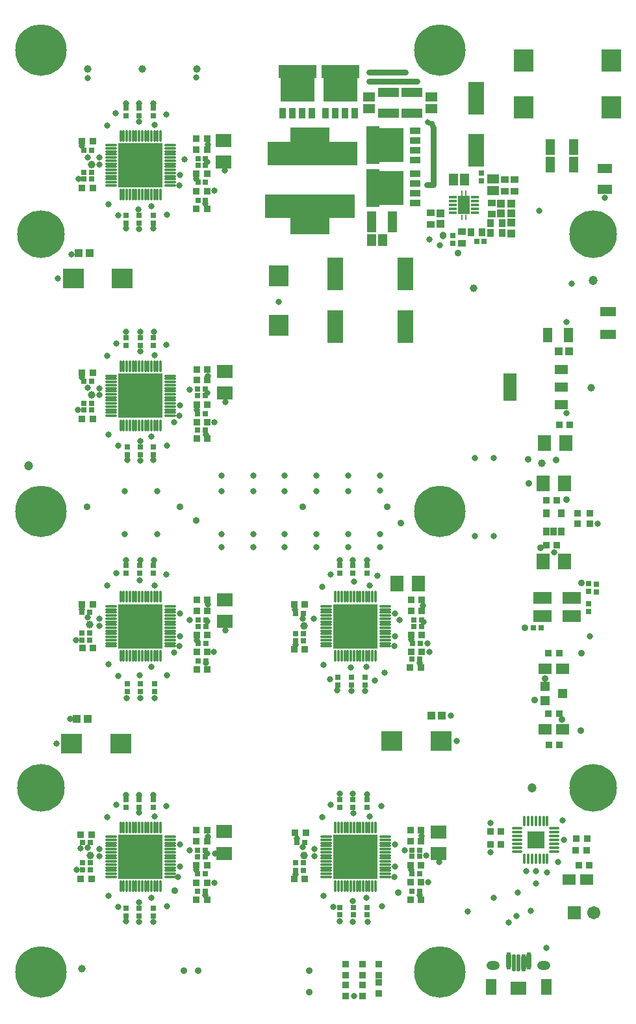
<source format=gts>
%FSLAX25Y25*%
%MOIN*%
G70*
G01*
G75*
G04 Layer_Color=8388736*
%ADD10C,0.03000*%
%ADD11C,0.00800*%
%ADD12C,0.02000*%
%ADD13C,0.01181*%
%ADD14C,0.02362*%
%ADD15C,0.01969*%
%ADD16C,0.01200*%
%ADD17C,0.01500*%
%ADD18C,0.01000*%
%ADD19C,0.01100*%
%ADD20C,0.04000*%
%ADD21C,0.03200*%
%ADD22C,0.03937*%
%ADD23C,0.01575*%
%ADD24C,0.00787*%
%ADD25C,0.00800*%
%ADD26C,0.02000*%
%ADD27C,0.10000*%
%ADD28R,0.05512X0.04331*%
%ADD29R,0.04331X0.10236*%
%ADD30R,0.04331X0.05512*%
%ADD31R,0.03543X0.02756*%
%ADD32R,0.03150X0.03543*%
%ADD33R,0.02756X0.03543*%
%ADD34R,0.02362X0.02362*%
%ADD35R,0.03543X0.03150*%
%ADD36R,0.02362X0.01969*%
%ADD37R,0.03000X0.03000*%
%ADD38C,0.03150*%
%ADD39R,0.10236X0.09449*%
%ADD40R,0.07087X0.06299*%
%ADD41R,0.06299X0.07087*%
%ADD42R,0.01969X0.02362*%
%ADD43C,0.03937*%
%ADD44R,0.22047X0.22047*%
%ADD45O,0.00787X0.05118*%
%ADD46O,0.05118X0.00787*%
%ADD47R,0.06000X0.05000*%
%ADD48R,0.16535X0.12205*%
%ADD49R,0.18504X0.05906*%
%ADD50R,0.02756X0.04528*%
%ADD51R,0.03937X0.07087*%
%ADD52R,0.07480X0.16339*%
%ADD53R,0.09449X0.10236*%
%ADD54R,0.03000X0.03000*%
%ADD55R,0.04331X0.06693*%
%ADD56R,0.02362X0.02362*%
%ADD57R,0.10236X0.04331*%
%ADD58R,0.12205X0.16535*%
%ADD59R,0.05906X0.18504*%
%ADD60R,0.04528X0.02756*%
%ADD61C,0.03000*%
%ADD62R,0.06693X0.04331*%
%ADD63R,0.19488X0.11594*%
%ADD64R,0.01102X0.02756*%
%ADD65R,0.06299X0.09449*%
%ADD66R,0.03347X0.01102*%
%ADD67R,0.08661X0.05512*%
%ADD68R,0.09449X0.11024*%
%ADD69O,0.01575X0.08268*%
%ADD70O,0.01378X0.08268*%
%ADD71R,0.07087X0.05906*%
%ADD72R,0.03937X0.03740*%
%ADD73O,0.04528X0.00787*%
%ADD74O,0.00787X0.04528*%
%ADD75R,0.08268X0.08268*%
%ADD76R,0.02559X0.03543*%
%ADD77R,0.06102X0.04331*%
%ADD78R,0.06102X0.04331*%
%ADD79R,0.06102X0.13583*%
%ADD80R,0.07087X0.03937*%
%ADD81C,0.00780*%
%ADD82R,0.42300X0.07600*%
%ADD83R,0.72700X0.09700*%
%ADD84R,0.46300X0.11900*%
%ADD85R,0.46400X0.11900*%
%ADD86R,0.19500X0.45500*%
%ADD87R,0.60476X0.09600*%
%ADD88C,0.23622*%
%ADD89C,0.25590*%
%ADD90R,0.05906X0.05906*%
%ADD91C,0.05906*%
%ADD92R,0.04724X0.07087*%
%ADD93O,0.05906X0.03937*%
%ADD94C,0.02400*%
%ADD95C,0.02800*%
%ADD96C,0.03200*%
%ADD97C,0.02362*%
%ADD98C,0.01600*%
%ADD99C,0.00394*%
%ADD100C,0.00984*%
%ADD101C,0.00600*%
%ADD102C,0.00039*%
%ADD103C,0.00591*%
%ADD104C,0.00500*%
%ADD105R,0.02165X0.09449*%
%ADD106R,0.07874X0.07874*%
%ADD107R,0.09449X0.02165*%
%ADD108R,0.05906X0.02165*%
%ADD109R,0.04300X0.04100*%
%ADD110R,0.03898X0.01654*%
%ADD111R,0.06312X0.05131*%
%ADD112R,0.05131X0.11036*%
%ADD113R,0.05131X0.06312*%
%ADD114R,0.04343X0.03556*%
%ADD115R,0.03950X0.04343*%
%ADD116R,0.03556X0.04343*%
%ADD117R,0.03162X0.03162*%
%ADD118R,0.04343X0.03950*%
%ADD119R,0.03162X0.02769*%
%ADD120R,0.03800X0.03800*%
%ADD121C,0.03950*%
%ADD122R,0.11036X0.10249*%
%ADD123R,0.07887X0.07099*%
%ADD124R,0.07099X0.07887*%
%ADD125R,0.02769X0.03162*%
%ADD126C,0.04737*%
%ADD127R,0.22847X0.22847*%
%ADD128O,0.01587X0.05918*%
%ADD129O,0.05918X0.01587*%
%ADD130R,0.06800X0.05800*%
%ADD131R,0.17335X0.13005*%
%ADD132R,0.19304X0.06706*%
%ADD133R,0.03556X0.05328*%
%ADD134R,0.04737X0.07887*%
%ADD135R,0.08280X0.17139*%
%ADD136R,0.10249X0.11036*%
%ADD137R,0.03800X0.03800*%
%ADD138R,0.05131X0.07493*%
%ADD139R,0.03162X0.03162*%
%ADD140R,0.11036X0.05131*%
%ADD141R,0.13005X0.17335*%
%ADD142R,0.06706X0.19304*%
%ADD143R,0.05328X0.03556*%
%ADD144C,0.03800*%
%ADD145R,0.07493X0.05131*%
%ADD146R,0.20288X0.12395*%
%ADD147R,0.09461X0.06312*%
%ADD148R,0.10249X0.11824*%
%ADD149O,0.02375X0.09068*%
%ADD150O,0.02178X0.09068*%
%ADD151R,0.07887X0.06706*%
%ADD152R,0.04737X0.04540*%
%ADD153O,0.05328X0.01587*%
%ADD154O,0.01587X0.05328*%
%ADD155R,0.09068X0.09068*%
%ADD156R,0.03359X0.04343*%
%ADD157R,0.06902X0.05131*%
%ADD158R,0.06902X0.05131*%
%ADD159R,0.06902X0.14383*%
%ADD160R,0.07887X0.04737*%
%ADD161C,0.24422*%
%ADD162C,0.26391*%
%ADD163R,0.06706X0.06706*%
%ADD164C,0.06706*%
%ADD165R,0.05524X0.07887*%
%ADD166O,0.06706X0.04737*%
%ADD167C,0.03600*%
%ADD168C,0.03162*%
D10*
X217261Y448237D02*
G03*
X214261Y451237I-3000J0D01*
G01*
X217261Y419237D02*
Y448237D01*
X184261Y472237D02*
X208761D01*
X184261Y476737D02*
X202761D01*
X213861Y419237D02*
X217261D01*
D64*
X231776Y402637D02*
D03*
X233745D02*
D03*
X231776Y414837D02*
D03*
X233745D02*
D03*
D65*
X232761Y408737D02*
D03*
D85*
X155000Y435050D02*
D03*
X153800Y408050D02*
D03*
D96*
X288200Y368500D02*
D03*
X271300Y405800D02*
D03*
X297600Y187900D02*
D03*
X146200Y201600D02*
D03*
X146392Y183500D02*
D03*
X176436Y215710D02*
D03*
X174900Y171800D02*
D03*
X187000Y165000D02*
D03*
X164000Y165900D02*
D03*
X160636Y173000D02*
D03*
X188400Y218900D02*
D03*
X160136Y213300D02*
D03*
X164536Y219600D02*
D03*
X176000Y97200D02*
D03*
X175900Y52000D02*
D03*
X190736Y49390D02*
D03*
X165836Y49090D02*
D03*
X160636Y54890D02*
D03*
X190436Y100890D02*
D03*
X160136Y95190D02*
D03*
X164536Y101490D02*
D03*
X54300D02*
D03*
X49900Y95190D02*
D03*
X80200Y100890D02*
D03*
X50400Y54890D02*
D03*
X55600Y49090D02*
D03*
X80500Y49390D02*
D03*
X66100Y51500D02*
D03*
X66200Y97600D02*
D03*
X54229Y455872D02*
D03*
X49829Y449572D02*
D03*
X80129Y455272D02*
D03*
X50329Y409272D02*
D03*
X55529Y403472D02*
D03*
X80429Y403772D02*
D03*
X65900Y406400D02*
D03*
X66100Y451500D02*
D03*
X54300Y337710D02*
D03*
X49900Y331410D02*
D03*
X80200Y337110D02*
D03*
X50400Y291110D02*
D03*
X55600Y285310D02*
D03*
X80500Y285610D02*
D03*
X66700Y287900D02*
D03*
X66800Y333700D02*
D03*
X66500Y216400D02*
D03*
X66600Y167800D02*
D03*
X80500Y167900D02*
D03*
X55600Y167600D02*
D03*
X50400Y173400D02*
D03*
X80200Y219400D02*
D03*
X49900Y213700D02*
D03*
X54300Y220000D02*
D03*
X108286Y233500D02*
D03*
X124609D02*
D03*
X140931D02*
D03*
X157254D02*
D03*
X173577D02*
D03*
X189900Y233600D02*
D03*
X108286Y270200D02*
D03*
X124609D02*
D03*
X140931D02*
D03*
X157254D02*
D03*
X173577D02*
D03*
X189900Y270300D02*
D03*
X248232Y239000D02*
D03*
X238400D02*
D03*
Y279300D02*
D03*
X248232D02*
D03*
X108286Y240200D02*
D03*
X124609D02*
D03*
X140931D02*
D03*
X157254D02*
D03*
X173577D02*
D03*
X189900Y240300D02*
D03*
X75329Y240200D02*
D03*
X58700D02*
D03*
Y262300D02*
D03*
X75329D02*
D03*
X189900Y262400D02*
D03*
X173577Y262300D02*
D03*
X157254D02*
D03*
X140931D02*
D03*
X124609D02*
D03*
X108286D02*
D03*
X147031Y84300D02*
D03*
X146532Y65800D02*
D03*
X220600Y388100D02*
D03*
X215200Y391000D02*
D03*
X137900Y359137D02*
D03*
X39919Y473819D02*
D03*
X95529Y474129D02*
D03*
X305100Y412400D02*
D03*
X192000Y169000D02*
D03*
X205787Y186000D02*
D03*
X197365Y199313D02*
D03*
X84000Y297500D02*
D03*
X34216Y68200D02*
D03*
X33917Y185800D02*
D03*
X34877Y303737D02*
D03*
X36911Y320500D02*
D03*
Y201500D02*
D03*
X84000Y179500D02*
D03*
X36911Y439000D02*
D03*
X150175Y196966D02*
D03*
Y79675D02*
D03*
X39919Y197500D02*
D03*
Y433126D02*
D03*
X35000Y422000D02*
D03*
X36100Y79100D02*
D03*
X101376Y439765D02*
D03*
X101161Y430962D02*
D03*
X104761Y416062D02*
D03*
X110261Y426462D02*
D03*
X100229Y409562D02*
D03*
X101476Y321240D02*
D03*
X101261Y312437D02*
D03*
X104861Y297537D02*
D03*
X110361Y307937D02*
D03*
X100329Y291037D02*
D03*
X101315Y85303D02*
D03*
X101100Y76500D02*
D03*
X104700Y61600D02*
D03*
X105000Y76500D02*
D03*
X100169Y55100D02*
D03*
X101476Y204203D02*
D03*
X101261Y195400D02*
D03*
X104561Y179700D02*
D03*
X110361Y190900D02*
D03*
X100329Y174000D02*
D03*
X211615Y203403D02*
D03*
X212200Y195200D02*
D03*
X215000Y179700D02*
D03*
X214000Y184200D02*
D03*
X209968Y174200D02*
D03*
X210068Y55200D02*
D03*
X220100Y72100D02*
D03*
X214600Y61700D02*
D03*
X74142Y449947D02*
D03*
X89529Y432304D02*
D03*
X87129Y424134D02*
D03*
X95529Y422300D02*
D03*
X86729Y418898D02*
D03*
X72441Y408234D02*
D03*
X45929Y433084D02*
D03*
Y429434D02*
D03*
X92000Y314200D02*
D03*
X87129Y306024D02*
D03*
X86729Y300787D02*
D03*
X72441Y290124D02*
D03*
X39919Y315000D02*
D03*
X45929Y314974D02*
D03*
Y311324D02*
D03*
X74016Y331837D02*
D03*
X95800Y303800D02*
D03*
X59300Y460900D02*
D03*
X66100D02*
D03*
X73500D02*
D03*
X45929Y193213D02*
D03*
Y196863D02*
D03*
X72441Y172013D02*
D03*
X86729Y182677D02*
D03*
X95900Y185900D02*
D03*
X87129Y187913D02*
D03*
X92000Y196100D02*
D03*
X87129Y199313D02*
D03*
X74142Y213727D02*
D03*
X73500Y106569D02*
D03*
X66100D02*
D03*
X59300D02*
D03*
X45929Y75103D02*
D03*
Y78753D02*
D03*
X39919Y79619D02*
D03*
X72441Y53903D02*
D03*
X86229Y64567D02*
D03*
X95529Y68000D02*
D03*
X87129Y69803D02*
D03*
X92000Y78000D02*
D03*
X87129Y81203D02*
D03*
X74142Y95617D02*
D03*
X213500Y75500D02*
D03*
X156165Y75103D02*
D03*
Y78753D02*
D03*
X182677Y53903D02*
D03*
X196965Y64567D02*
D03*
X205765Y68000D02*
D03*
X211215Y85403D02*
D03*
X197365Y69803D02*
D03*
X202500Y78000D02*
D03*
X197365Y81203D02*
D03*
X184378Y95617D02*
D03*
X155665Y196863D02*
D03*
X182677Y172013D02*
D03*
X196965Y182677D02*
D03*
X197365Y187913D02*
D03*
X199765Y196083D02*
D03*
X184378Y213727D02*
D03*
X59300Y396800D02*
D03*
X66100Y396600D02*
D03*
X73600Y396700D02*
D03*
X59321Y343774D02*
D03*
X66821Y343874D02*
D03*
X73621Y343674D02*
D03*
X73600Y278000D02*
D03*
X66900Y277900D02*
D03*
X60100Y278100D02*
D03*
X59321Y226869D02*
D03*
X66821Y226969D02*
D03*
X73621Y226768D02*
D03*
X74239Y156163D02*
D03*
X66739Y156063D02*
D03*
X59939Y156263D02*
D03*
X73600Y41626D02*
D03*
X66100Y41526D02*
D03*
X59300Y41726D02*
D03*
X183400Y41626D02*
D03*
X175900Y41526D02*
D03*
X169100Y41726D02*
D03*
X169021Y107004D02*
D03*
X175821Y107104D02*
D03*
X183021Y106904D02*
D03*
X182000Y159900D02*
D03*
X175000Y159800D02*
D03*
X167900Y160000D02*
D03*
X169021Y226869D02*
D03*
X175821Y226969D02*
D03*
X183021Y226768D02*
D03*
X269800Y61000D02*
D03*
Y67400D02*
D03*
X275600Y66800D02*
D03*
X264800Y67600D02*
D03*
X281200Y72300D02*
D03*
X229100Y134200D02*
D03*
X226000Y147000D02*
D03*
X23800Y132900D02*
D03*
X30700Y145500D02*
D03*
X31298Y383600D02*
D03*
X24398Y371000D02*
D03*
X301300Y245500D02*
D03*
X279200Y230900D02*
D03*
X285600Y302100D02*
D03*
X285400Y348800D02*
D03*
X176500Y3400D02*
D03*
X283500Y93600D02*
D03*
X246300Y92000D02*
D03*
X260400Y56600D02*
D03*
X246400Y77000D02*
D03*
X284000Y83500D02*
D03*
X274980Y28285D02*
D03*
X255782Y41000D02*
D03*
X267000Y47200D02*
D03*
X259900Y44500D02*
D03*
X248100Y53800D02*
D03*
X234800Y46700D02*
D03*
D97*
X230792Y405784D02*
D03*
X234729D02*
D03*
X230792Y411690D02*
D03*
X234729D02*
D03*
D110*
X238568Y404800D02*
D03*
Y406769D02*
D03*
Y408737D02*
D03*
Y410706D02*
D03*
Y412674D02*
D03*
X226954D02*
D03*
Y410706D02*
D03*
Y408737D02*
D03*
Y406769D02*
D03*
Y404800D02*
D03*
D111*
X184261Y464190D02*
D03*
Y458284D02*
D03*
X247761Y416284D02*
D03*
Y422190D02*
D03*
X216261Y458284D02*
D03*
Y464190D02*
D03*
D112*
X185446Y400237D02*
D03*
X196076D02*
D03*
D113*
X185308Y390737D02*
D03*
X191213D02*
D03*
X233213Y421737D02*
D03*
X227308D02*
D03*
D114*
X253761Y421690D02*
D03*
Y415784D02*
D03*
X258761Y415784D02*
D03*
Y421690D02*
D03*
X231761Y395190D02*
D03*
Y389284D02*
D03*
X246954Y409883D02*
D03*
Y403977D02*
D03*
X215761Y404690D02*
D03*
Y398784D02*
D03*
D115*
X251698Y409430D02*
D03*
X257209D02*
D03*
X251698Y404430D02*
D03*
X257209D02*
D03*
X221456Y147000D02*
D03*
X215944D02*
D03*
X34144Y145500D02*
D03*
X39656D02*
D03*
X281411Y333700D02*
D03*
X286923D02*
D03*
X35144Y384100D02*
D03*
X40656D02*
D03*
D116*
X242213Y394737D02*
D03*
X236308D02*
D03*
X246501Y394430D02*
D03*
X252406D02*
D03*
X246501Y399430D02*
D03*
X252406D02*
D03*
D117*
X243229Y390237D02*
D03*
X239292D02*
D03*
X40669Y189500D02*
D03*
X36732D02*
D03*
X150469Y71700D02*
D03*
X146532D02*
D03*
X146392Y189000D02*
D03*
X150329D02*
D03*
X40968Y71700D02*
D03*
X37031D02*
D03*
X41629Y307237D02*
D03*
X37692D02*
D03*
X41789Y425437D02*
D03*
X37852D02*
D03*
X268531Y192100D02*
D03*
X272468D02*
D03*
D118*
X256954Y399686D02*
D03*
Y394174D02*
D03*
X220761Y398981D02*
D03*
Y404493D02*
D03*
D119*
X40668Y185800D02*
D03*
X36731D02*
D03*
X40968Y82200D02*
D03*
X37031D02*
D03*
X40968Y68200D02*
D03*
X37031D02*
D03*
X206532Y184200D02*
D03*
X210469D02*
D03*
X206031Y176300D02*
D03*
X209968D02*
D03*
X206132Y78300D02*
D03*
X210068D02*
D03*
X206132Y75000D02*
D03*
X210068D02*
D03*
X206132Y66200D02*
D03*
X210068D02*
D03*
X206132Y57300D02*
D03*
X210068D02*
D03*
X210961Y192900D02*
D03*
X207024D02*
D03*
X210961Y196137D02*
D03*
X207024D02*
D03*
X150469Y67700D02*
D03*
X146532D02*
D03*
X150969Y82000D02*
D03*
X147031D02*
D03*
X150329Y185600D02*
D03*
X146392D02*
D03*
X150329Y199600D02*
D03*
X146392D02*
D03*
X96232Y57200D02*
D03*
X100169D02*
D03*
X96232Y66100D02*
D03*
X100169D02*
D03*
X96232Y78200D02*
D03*
X100169D02*
D03*
X96232Y74900D02*
D03*
X100169D02*
D03*
X96392Y175300D02*
D03*
X100329D02*
D03*
X96392Y184200D02*
D03*
X100329D02*
D03*
X96392Y196137D02*
D03*
X100329D02*
D03*
X96392Y192900D02*
D03*
X100329D02*
D03*
X40669Y200000D02*
D03*
X36732D02*
D03*
X41629Y303737D02*
D03*
X37692D02*
D03*
X41629Y318337D02*
D03*
X37692D02*
D03*
X96232Y293337D02*
D03*
X100169D02*
D03*
X96232Y311237D02*
D03*
X100169D02*
D03*
X96232Y314537D02*
D03*
X100169D02*
D03*
X41789Y422037D02*
D03*
X37852D02*
D03*
X41789Y436737D02*
D03*
X37852D02*
D03*
X96292Y411234D02*
D03*
X100229D02*
D03*
X96292Y420434D02*
D03*
X100229D02*
D03*
X96292Y429284D02*
D03*
X100229D02*
D03*
X96292Y432534D02*
D03*
X100229D02*
D03*
X96232Y301937D02*
D03*
X100169D02*
D03*
D120*
X37050Y181700D02*
D03*
X42550D02*
D03*
X211250Y179800D02*
D03*
X205750D02*
D03*
Y188600D02*
D03*
X211250D02*
D03*
X205350Y70600D02*
D03*
X210850D02*
D03*
X211250Y200700D02*
D03*
X205750D02*
D03*
X210750Y171800D02*
D03*
X205250D02*
D03*
X211250Y206500D02*
D03*
X205750D02*
D03*
X210850Y82700D02*
D03*
X205350D02*
D03*
X210850Y52800D02*
D03*
X205350D02*
D03*
X210850Y88400D02*
D03*
X205350D02*
D03*
X146250Y87000D02*
D03*
X151750D02*
D03*
X145611Y63600D02*
D03*
X151111D02*
D03*
X145611Y204000D02*
D03*
X151111D02*
D03*
X145611Y181200D02*
D03*
X151111D02*
D03*
X95450Y70500D02*
D03*
X100950D02*
D03*
Y88400D02*
D03*
X95450D02*
D03*
X100950Y52700D02*
D03*
X95450D02*
D03*
X100950Y82700D02*
D03*
X95450D02*
D03*
X100950Y61600D02*
D03*
X95450D02*
D03*
X36250Y63600D02*
D03*
X41750D02*
D03*
X36250Y86000D02*
D03*
X41750D02*
D03*
X101111Y206500D02*
D03*
X95611D02*
D03*
X101111Y170800D02*
D03*
X95611D02*
D03*
X101111Y200700D02*
D03*
X95611D02*
D03*
Y188600D02*
D03*
X101111D02*
D03*
Y179800D02*
D03*
X95611D02*
D03*
X36911Y204000D02*
D03*
X42411D02*
D03*
X36911Y299237D02*
D03*
X42411D02*
D03*
X36911Y322937D02*
D03*
X42411D02*
D03*
X101111Y289037D02*
D03*
X95611D02*
D03*
X101111Y297537D02*
D03*
X95611D02*
D03*
Y306437D02*
D03*
X101111D02*
D03*
Y319137D02*
D03*
X95611D02*
D03*
X101111Y324437D02*
D03*
X95611D02*
D03*
X36911Y417437D02*
D03*
X42411D02*
D03*
X36911Y441337D02*
D03*
X42411D02*
D03*
X101011Y406737D02*
D03*
X95511D02*
D03*
X101011Y415837D02*
D03*
X95511D02*
D03*
Y424962D02*
D03*
X101011D02*
D03*
Y437037D02*
D03*
X95511D02*
D03*
X101011Y442737D02*
D03*
X95511D02*
D03*
X281638Y296300D02*
D03*
X287138D02*
D03*
X280450Y257500D02*
D03*
X274950D02*
D03*
X280450Y234600D02*
D03*
X274950D02*
D03*
X276350Y132000D02*
D03*
X281850D02*
D03*
X246350Y81300D02*
D03*
X251850D02*
D03*
X251813Y87861D02*
D03*
X246313D02*
D03*
X295750Y78100D02*
D03*
X290250D02*
D03*
X297150Y70400D02*
D03*
X291650D02*
D03*
X290450Y84000D02*
D03*
X295950D02*
D03*
X281650Y148161D02*
D03*
X276150D02*
D03*
X210850Y61800D02*
D03*
X205350D02*
D03*
X276150Y179161D02*
D03*
X281650D02*
D03*
D121*
X40800Y193700D02*
D03*
X150700Y75500D02*
D03*
Y193000D02*
D03*
X41000Y75400D02*
D03*
X41900Y311400D02*
D03*
X41800Y429400D02*
D03*
X36800Y17500D02*
D03*
X298000Y315200D02*
D03*
X237800Y366100D02*
D03*
X39700Y478500D02*
D03*
X67700D02*
D03*
X95700D02*
D03*
X272800Y276400D02*
D03*
X66929Y312795D02*
D03*
X70472Y312795D02*
D03*
X74016Y312795D02*
D03*
Y319882D02*
D03*
X70472Y319882D02*
D03*
X66929Y319882D02*
D03*
X63386Y319882D02*
D03*
X59842Y319882D02*
D03*
Y312795D02*
D03*
X63386Y312795D02*
D03*
X66929Y305709D02*
D03*
X63386Y305709D02*
D03*
X59842Y305709D02*
D03*
X70472Y305709D02*
D03*
X74016Y305709D02*
D03*
X68701Y309252D02*
D03*
X65158D02*
D03*
X61614D02*
D03*
X72244D02*
D03*
X75787D02*
D03*
X58071D02*
D03*
Y316339D02*
D03*
X61614D02*
D03*
X65158D02*
D03*
X68701D02*
D03*
X72244D02*
D03*
X75787D02*
D03*
Y302165D02*
D03*
X72244D02*
D03*
X68701D02*
D03*
X65158D02*
D03*
X61614D02*
D03*
X58071D02*
D03*
X177165Y194685D02*
D03*
X180709Y194685D02*
D03*
X184252Y194685D02*
D03*
Y201772D02*
D03*
X180709Y201772D02*
D03*
X177165Y201772D02*
D03*
X173622Y201772D02*
D03*
X170079Y201772D02*
D03*
Y194685D02*
D03*
X173622Y194685D02*
D03*
X177165Y187598D02*
D03*
X173622Y187598D02*
D03*
X170079Y187598D02*
D03*
X180709Y187598D02*
D03*
X184252Y187598D02*
D03*
X178937Y191142D02*
D03*
X175394D02*
D03*
X171850D02*
D03*
X182480D02*
D03*
X186024D02*
D03*
X168307D02*
D03*
Y198228D02*
D03*
X171850D02*
D03*
X175394D02*
D03*
X178937D02*
D03*
X182480D02*
D03*
X186024D02*
D03*
Y184055D02*
D03*
X182480D02*
D03*
X178937D02*
D03*
X175394D02*
D03*
X171850D02*
D03*
X168307D02*
D03*
X177165Y76575D02*
D03*
X180709Y76575D02*
D03*
X184252Y76575D02*
D03*
Y83661D02*
D03*
X180709Y83661D02*
D03*
X177165Y83661D02*
D03*
X173622Y83661D02*
D03*
X170079Y83661D02*
D03*
Y76575D02*
D03*
X173622Y76575D02*
D03*
X177165Y69488D02*
D03*
X173622Y69488D02*
D03*
X170079Y69488D02*
D03*
X180709Y69488D02*
D03*
X184252Y69488D02*
D03*
X178937Y73032D02*
D03*
X175394D02*
D03*
X171850D02*
D03*
X182480D02*
D03*
X186024D02*
D03*
X168307D02*
D03*
Y80118D02*
D03*
X171850D02*
D03*
X175394D02*
D03*
X178937D02*
D03*
X182480D02*
D03*
X186024D02*
D03*
Y65945D02*
D03*
X182480D02*
D03*
X178937D02*
D03*
X175394D02*
D03*
X171850D02*
D03*
X168307D02*
D03*
X66929Y76575D02*
D03*
X70472Y76575D02*
D03*
X74016Y76575D02*
D03*
Y83661D02*
D03*
X70472Y83661D02*
D03*
X66929Y83661D02*
D03*
X63386Y83661D02*
D03*
X59842Y83661D02*
D03*
Y76575D02*
D03*
X63386Y76575D02*
D03*
X66929Y69488D02*
D03*
X63386Y69488D02*
D03*
X59842Y69488D02*
D03*
X70472Y69488D02*
D03*
X74016Y69488D02*
D03*
X68701Y73032D02*
D03*
X65158D02*
D03*
X61614D02*
D03*
X72244D02*
D03*
X75787D02*
D03*
X58071D02*
D03*
Y80118D02*
D03*
X61614D02*
D03*
X65158D02*
D03*
X68701D02*
D03*
X72244D02*
D03*
X75787D02*
D03*
Y65945D02*
D03*
X72244D02*
D03*
X68701D02*
D03*
X65158D02*
D03*
X61614D02*
D03*
X58071D02*
D03*
X66929Y194685D02*
D03*
X70472Y194685D02*
D03*
X74016Y194685D02*
D03*
Y201772D02*
D03*
X70472Y201772D02*
D03*
X66929Y201772D02*
D03*
X63386Y201772D02*
D03*
X59842Y201772D02*
D03*
Y194685D02*
D03*
X63386Y194685D02*
D03*
X66929Y187598D02*
D03*
X63386Y187598D02*
D03*
X59842Y187598D02*
D03*
X70472Y187598D02*
D03*
X74016Y187598D02*
D03*
X68701Y191142D02*
D03*
X65158D02*
D03*
X61614D02*
D03*
X72244D02*
D03*
X75787D02*
D03*
X58071D02*
D03*
Y198228D02*
D03*
X61614D02*
D03*
X65158D02*
D03*
X68701D02*
D03*
X72244D02*
D03*
X75787D02*
D03*
Y184055D02*
D03*
X72244D02*
D03*
X68701D02*
D03*
X65158D02*
D03*
X61614D02*
D03*
X58071D02*
D03*
Y420276D02*
D03*
X61614D02*
D03*
X65158D02*
D03*
X68701D02*
D03*
X72244D02*
D03*
X75787D02*
D03*
Y434449D02*
D03*
X72244D02*
D03*
X68701D02*
D03*
X65158D02*
D03*
X61614D02*
D03*
X58071D02*
D03*
Y427362D02*
D03*
X75787D02*
D03*
X72244D02*
D03*
X61614D02*
D03*
X65158D02*
D03*
X68701D02*
D03*
X74016Y423819D02*
D03*
X70472Y423819D02*
D03*
X59842Y423819D02*
D03*
X63386Y423819D02*
D03*
X66929Y423819D02*
D03*
X63386Y430905D02*
D03*
X59842Y430905D02*
D03*
Y437992D02*
D03*
X63386Y437992D02*
D03*
X66929Y437992D02*
D03*
X70472Y437992D02*
D03*
X74016Y437992D02*
D03*
Y430905D02*
D03*
X70472Y430905D02*
D03*
X66929Y430905D02*
D03*
D122*
X220998Y134000D02*
D03*
X195802D02*
D03*
X56698Y132900D02*
D03*
X31502D02*
D03*
X32402Y371000D02*
D03*
X57598D02*
D03*
D123*
X219700Y76488D02*
D03*
Y87512D02*
D03*
X109800Y76627D02*
D03*
Y87650D02*
D03*
X110000Y195488D02*
D03*
Y206512D02*
D03*
X109961Y312425D02*
D03*
Y323449D02*
D03*
X109461Y430925D02*
D03*
Y441949D02*
D03*
D124*
X209412Y214700D02*
D03*
X198388D02*
D03*
X285200Y286800D02*
D03*
X274176D02*
D03*
X284312Y226300D02*
D03*
X273288D02*
D03*
X284324Y266300D02*
D03*
X273300D02*
D03*
D125*
X175861Y220063D02*
D03*
Y224000D02*
D03*
X182961Y220063D02*
D03*
Y224000D02*
D03*
X169161Y220063D02*
D03*
Y224000D02*
D03*
Y100198D02*
D03*
Y104135D02*
D03*
X182961Y100198D02*
D03*
Y104135D02*
D03*
X175861Y100198D02*
D03*
Y104135D02*
D03*
X167961Y166706D02*
D03*
Y162768D02*
D03*
X174980Y166706D02*
D03*
Y162768D02*
D03*
X182000Y166706D02*
D03*
Y162768D02*
D03*
X59361Y48432D02*
D03*
Y44495D02*
D03*
X66061Y48432D02*
D03*
Y44495D02*
D03*
X73561Y48432D02*
D03*
Y44495D02*
D03*
X59300Y100198D02*
D03*
Y104135D02*
D03*
X73500Y100198D02*
D03*
Y104135D02*
D03*
X66100Y100198D02*
D03*
Y104135D02*
D03*
X60000Y163469D02*
D03*
Y159531D02*
D03*
X66461Y220063D02*
D03*
Y224000D02*
D03*
X59361Y220063D02*
D03*
Y224000D02*
D03*
X73561Y220063D02*
D03*
Y224000D02*
D03*
X60161Y284805D02*
D03*
Y280869D02*
D03*
X66861Y284805D02*
D03*
Y280869D02*
D03*
X73561Y284805D02*
D03*
Y280869D02*
D03*
X66861Y336968D02*
D03*
Y340905D02*
D03*
X59361Y336968D02*
D03*
Y340905D02*
D03*
X73561Y336968D02*
D03*
Y340905D02*
D03*
Y403506D02*
D03*
Y399569D02*
D03*
X66061Y403506D02*
D03*
Y399569D02*
D03*
X59361Y403506D02*
D03*
Y399569D02*
D03*
X66061Y454468D02*
D03*
Y458405D02*
D03*
X59361Y454468D02*
D03*
Y458405D02*
D03*
X73561Y454468D02*
D03*
Y458405D02*
D03*
X296900Y200532D02*
D03*
Y204468D02*
D03*
X300800Y210631D02*
D03*
Y214568D02*
D03*
X66780Y163531D02*
D03*
Y159595D02*
D03*
X74000Y163531D02*
D03*
Y159595D02*
D03*
X183000Y48968D02*
D03*
Y45031D02*
D03*
X176000Y48968D02*
D03*
Y45031D02*
D03*
X169000Y48968D02*
D03*
Y45031D02*
D03*
D126*
X9400Y275200D02*
D03*
X267717Y110236D02*
D03*
X299213Y370079D02*
D03*
D127*
X66929Y311024D02*
D03*
X177165Y192913D02*
D03*
Y74803D02*
D03*
X66929D02*
D03*
Y192913D02*
D03*
Y429134D02*
D03*
D128*
X77165Y295866D02*
D03*
X75590D02*
D03*
X74016D02*
D03*
X72441D02*
D03*
X70866D02*
D03*
X69291D02*
D03*
X67716D02*
D03*
X66142D02*
D03*
X64567D02*
D03*
X62992D02*
D03*
X61417D02*
D03*
X59842D02*
D03*
X58268D02*
D03*
X56693D02*
D03*
X56693Y326181D02*
D03*
X58268D02*
D03*
X59842D02*
D03*
X61417D02*
D03*
X62992D02*
D03*
X64567D02*
D03*
X66142D02*
D03*
X67716D02*
D03*
X69291D02*
D03*
X70866D02*
D03*
X72441D02*
D03*
X74016D02*
D03*
X75590D02*
D03*
X77165D02*
D03*
X187402Y177756D02*
D03*
X185827D02*
D03*
X184252D02*
D03*
X182677D02*
D03*
X181102D02*
D03*
X179527D02*
D03*
X177953D02*
D03*
X176378D02*
D03*
X174803D02*
D03*
X173228D02*
D03*
X171653D02*
D03*
X170079D02*
D03*
X168504D02*
D03*
X166929D02*
D03*
X166929Y208071D02*
D03*
X168504D02*
D03*
X170079D02*
D03*
X171653D02*
D03*
X173228D02*
D03*
X174803D02*
D03*
X176378D02*
D03*
X177953D02*
D03*
X179527D02*
D03*
X181102D02*
D03*
X182677D02*
D03*
X184252D02*
D03*
X185827D02*
D03*
X187402D02*
D03*
Y59646D02*
D03*
X185827D02*
D03*
X184252D02*
D03*
X182677D02*
D03*
X181102D02*
D03*
X179527D02*
D03*
X177953D02*
D03*
X176378D02*
D03*
X174803D02*
D03*
X173228D02*
D03*
X171653D02*
D03*
X170079D02*
D03*
X168504D02*
D03*
X166929D02*
D03*
X166929Y89961D02*
D03*
X168504D02*
D03*
X170079D02*
D03*
X171653D02*
D03*
X173228D02*
D03*
X174803D02*
D03*
X176378D02*
D03*
X177953D02*
D03*
X179527D02*
D03*
X181102D02*
D03*
X182677D02*
D03*
X184252D02*
D03*
X185827D02*
D03*
X187402D02*
D03*
X77165Y59646D02*
D03*
X75590D02*
D03*
X74016D02*
D03*
X72441D02*
D03*
X70866D02*
D03*
X69291D02*
D03*
X67716D02*
D03*
X66142D02*
D03*
X64567D02*
D03*
X62992D02*
D03*
X61417D02*
D03*
X59842D02*
D03*
X58268D02*
D03*
X56693D02*
D03*
X56693Y89961D02*
D03*
X58268D02*
D03*
X59842D02*
D03*
X61417D02*
D03*
X62992D02*
D03*
X64567D02*
D03*
X66142D02*
D03*
X67716D02*
D03*
X69291D02*
D03*
X70866D02*
D03*
X72441D02*
D03*
X74016D02*
D03*
X75590D02*
D03*
X77165D02*
D03*
Y177756D02*
D03*
X75590D02*
D03*
X74016D02*
D03*
X72441D02*
D03*
X70866D02*
D03*
X69291D02*
D03*
X67716D02*
D03*
X66142D02*
D03*
X64567D02*
D03*
X62992D02*
D03*
X61417D02*
D03*
X59842D02*
D03*
X58268D02*
D03*
X56693D02*
D03*
X56693Y208071D02*
D03*
X58268D02*
D03*
X59842D02*
D03*
X61417D02*
D03*
X62992D02*
D03*
X64567D02*
D03*
X66142D02*
D03*
X67716D02*
D03*
X69291D02*
D03*
X70866D02*
D03*
X72441D02*
D03*
X74016D02*
D03*
X75590D02*
D03*
X77165D02*
D03*
Y444291D02*
D03*
X75590D02*
D03*
X74016D02*
D03*
X72441D02*
D03*
X70866D02*
D03*
X69291D02*
D03*
X67716D02*
D03*
X66142D02*
D03*
X64567D02*
D03*
X62992D02*
D03*
X61417D02*
D03*
X59842D02*
D03*
X58268D02*
D03*
X56693D02*
D03*
X56693Y413976D02*
D03*
X58268D02*
D03*
X59842D02*
D03*
X61417D02*
D03*
X62992D02*
D03*
X64567D02*
D03*
X66142D02*
D03*
X67716D02*
D03*
X69291D02*
D03*
X70866D02*
D03*
X72441D02*
D03*
X74016D02*
D03*
X75590D02*
D03*
X77165D02*
D03*
D129*
X51772Y300787D02*
D03*
Y302362D02*
D03*
Y303937D02*
D03*
Y305512D02*
D03*
Y307087D02*
D03*
Y308661D02*
D03*
Y310236D02*
D03*
Y311811D02*
D03*
Y313386D02*
D03*
Y314961D02*
D03*
Y316535D02*
D03*
Y318110D02*
D03*
Y319685D02*
D03*
Y321260D02*
D03*
X82087Y321260D02*
D03*
Y319685D02*
D03*
Y318110D02*
D03*
Y316535D02*
D03*
Y314961D02*
D03*
Y313386D02*
D03*
Y311811D02*
D03*
Y310236D02*
D03*
Y308661D02*
D03*
Y307087D02*
D03*
Y305512D02*
D03*
Y303937D02*
D03*
Y302362D02*
D03*
Y300787D02*
D03*
X162008Y182677D02*
D03*
Y184252D02*
D03*
Y185827D02*
D03*
Y187402D02*
D03*
Y188976D02*
D03*
Y190551D02*
D03*
Y192126D02*
D03*
Y193701D02*
D03*
Y195276D02*
D03*
Y196850D02*
D03*
Y198425D02*
D03*
Y200000D02*
D03*
Y201575D02*
D03*
Y203150D02*
D03*
X192323Y203150D02*
D03*
Y201575D02*
D03*
Y200000D02*
D03*
Y198425D02*
D03*
Y196850D02*
D03*
Y195276D02*
D03*
Y193701D02*
D03*
Y192126D02*
D03*
Y190551D02*
D03*
Y188976D02*
D03*
Y187402D02*
D03*
Y185827D02*
D03*
Y184252D02*
D03*
Y182677D02*
D03*
X162008Y64567D02*
D03*
Y66142D02*
D03*
Y67716D02*
D03*
Y69291D02*
D03*
Y70866D02*
D03*
Y72441D02*
D03*
Y74016D02*
D03*
Y75591D02*
D03*
Y77165D02*
D03*
Y78740D02*
D03*
Y80315D02*
D03*
Y81890D02*
D03*
Y83465D02*
D03*
Y85039D02*
D03*
X192323Y85039D02*
D03*
Y83465D02*
D03*
Y81890D02*
D03*
Y80315D02*
D03*
Y78740D02*
D03*
Y77165D02*
D03*
Y75591D02*
D03*
Y74016D02*
D03*
Y72441D02*
D03*
Y70866D02*
D03*
Y69291D02*
D03*
Y67716D02*
D03*
Y66142D02*
D03*
Y64567D02*
D03*
X51772D02*
D03*
Y66142D02*
D03*
Y67716D02*
D03*
Y69291D02*
D03*
Y70866D02*
D03*
Y72441D02*
D03*
Y74016D02*
D03*
Y75591D02*
D03*
Y77165D02*
D03*
Y78740D02*
D03*
Y80315D02*
D03*
Y81890D02*
D03*
Y83465D02*
D03*
Y85039D02*
D03*
X82087Y85039D02*
D03*
Y83465D02*
D03*
Y81890D02*
D03*
Y80315D02*
D03*
Y78740D02*
D03*
Y77165D02*
D03*
Y75591D02*
D03*
Y74016D02*
D03*
Y72441D02*
D03*
Y70866D02*
D03*
Y69291D02*
D03*
Y67716D02*
D03*
Y66142D02*
D03*
Y64567D02*
D03*
X51772Y182677D02*
D03*
Y184252D02*
D03*
Y185827D02*
D03*
Y187402D02*
D03*
Y188976D02*
D03*
Y190551D02*
D03*
Y192126D02*
D03*
Y193701D02*
D03*
Y195276D02*
D03*
Y196850D02*
D03*
Y198425D02*
D03*
Y200000D02*
D03*
Y201575D02*
D03*
Y203150D02*
D03*
X82087Y203150D02*
D03*
Y201575D02*
D03*
Y200000D02*
D03*
Y198425D02*
D03*
Y196850D02*
D03*
Y195276D02*
D03*
Y193701D02*
D03*
Y192126D02*
D03*
Y190551D02*
D03*
Y188976D02*
D03*
Y187402D02*
D03*
Y185827D02*
D03*
Y184252D02*
D03*
Y182677D02*
D03*
Y418898D02*
D03*
Y420472D02*
D03*
Y422047D02*
D03*
Y423622D02*
D03*
Y425197D02*
D03*
Y426772D02*
D03*
Y428346D02*
D03*
Y429921D02*
D03*
Y431496D02*
D03*
Y433071D02*
D03*
Y434646D02*
D03*
Y436221D02*
D03*
Y437795D02*
D03*
Y439370D02*
D03*
X51772Y439370D02*
D03*
Y437795D02*
D03*
Y436221D02*
D03*
Y434646D02*
D03*
Y433071D02*
D03*
Y431496D02*
D03*
Y429921D02*
D03*
Y428346D02*
D03*
Y426772D02*
D03*
Y425197D02*
D03*
Y423622D02*
D03*
Y422047D02*
D03*
Y420472D02*
D03*
Y418898D02*
D03*
D130*
X274400Y140161D02*
D03*
X283400D02*
D03*
Y171300D02*
D03*
X274400D02*
D03*
X295700Y63300D02*
D03*
X286700D02*
D03*
D131*
X169361Y468209D02*
D03*
X147361D02*
D03*
D132*
X169361Y477264D02*
D03*
X147361D02*
D03*
D133*
X176861Y455709D02*
D03*
X171861D02*
D03*
X166861D02*
D03*
X161861D02*
D03*
X139861D02*
D03*
X144861D02*
D03*
X149861D02*
D03*
X154861D02*
D03*
D134*
X288966Y438637D02*
D03*
X277155D02*
D03*
X288966Y429637D02*
D03*
X277155D02*
D03*
D135*
X202761Y373323D02*
D03*
Y346551D02*
D03*
X239161Y436851D02*
D03*
Y463623D02*
D03*
X166761Y373323D02*
D03*
Y346551D02*
D03*
D136*
X137761Y372342D02*
D03*
Y347145D02*
D03*
D137*
X189261Y4837D02*
D03*
Y10337D02*
D03*
X297400Y245450D02*
D03*
Y250950D02*
D03*
X291200D02*
D03*
Y245450D02*
D03*
X180711Y9037D02*
D03*
Y3537D02*
D03*
X180811Y14250D02*
D03*
Y19750D02*
D03*
X172000Y14250D02*
D03*
Y19750D02*
D03*
X189261D02*
D03*
Y14250D02*
D03*
X172161Y9037D02*
D03*
Y3537D02*
D03*
D138*
X275702Y342100D02*
D03*
X286332D02*
D03*
D139*
X296900Y210732D02*
D03*
Y214668D02*
D03*
X227000Y389087D02*
D03*
Y393024D02*
D03*
X241761Y425206D02*
D03*
Y421269D02*
D03*
D140*
X194261Y466552D02*
D03*
Y455922D02*
D03*
X206261Y466552D02*
D03*
Y455922D02*
D03*
D141*
X195289Y439337D02*
D03*
Y417337D02*
D03*
D142*
X186234Y439337D02*
D03*
Y417337D02*
D03*
D143*
X207789Y446837D02*
D03*
Y441837D02*
D03*
Y436837D02*
D03*
Y431837D02*
D03*
Y409837D02*
D03*
Y414837D02*
D03*
Y419837D02*
D03*
Y424837D02*
D03*
D144*
X222100Y393000D02*
D03*
D145*
X305000Y427315D02*
D03*
Y416685D02*
D03*
D146*
X153761Y399950D02*
D03*
Y442526D02*
D03*
D147*
X288079Y207526D02*
D03*
X273118D02*
D03*
Y198077D02*
D03*
X288079D02*
D03*
D148*
X308402Y482745D02*
D03*
X263520D02*
D03*
Y458729D02*
D03*
X308402D02*
D03*
D149*
X266018Y21365D02*
D03*
X263459Y20578D02*
D03*
X255782Y21365D02*
D03*
D150*
X260900Y20578D02*
D03*
X258341D02*
D03*
D151*
X260900Y7586D02*
D03*
D152*
X274471Y162201D02*
D03*
X274471Y154720D02*
D03*
X283329Y158461D02*
D03*
D153*
X260153Y77595D02*
D03*
Y79563D02*
D03*
Y81532D02*
D03*
Y83500D02*
D03*
Y85469D02*
D03*
Y87437D02*
D03*
Y89406D02*
D03*
X279247D02*
D03*
Y87437D02*
D03*
Y85469D02*
D03*
Y83500D02*
D03*
Y81532D02*
D03*
Y79563D02*
D03*
Y77595D02*
D03*
D154*
X263794Y93047D02*
D03*
X265763D02*
D03*
X267731D02*
D03*
X269700D02*
D03*
X271669D02*
D03*
X273637D02*
D03*
X275606D02*
D03*
Y73953D02*
D03*
X273637D02*
D03*
X271669D02*
D03*
X269700D02*
D03*
X267731D02*
D03*
X265763D02*
D03*
X263794D02*
D03*
D155*
X269700Y83500D02*
D03*
D156*
X275170Y250924D02*
D03*
X282651D02*
D03*
Y241476D02*
D03*
X278911D02*
D03*
X275170D02*
D03*
D157*
X282887Y306345D02*
D03*
D158*
Y315400D02*
D03*
Y324455D02*
D03*
D159*
X256313Y315400D02*
D03*
D160*
X306800Y342495D02*
D03*
Y354306D02*
D03*
D161*
X299213Y393701D02*
D03*
X15748D02*
D03*
Y110236D02*
D03*
X299213D02*
D03*
D162*
X220472Y488189D02*
D03*
Y15748D02*
D03*
Y251969D02*
D03*
X15748Y15748D02*
D03*
Y488189D02*
D03*
Y251969D02*
D03*
D163*
X289370Y46063D02*
D03*
D164*
X299370D02*
D03*
D165*
X246727Y8176D02*
D03*
X275073D02*
D03*
D166*
X247908Y19200D02*
D03*
X273892D02*
D03*
D167*
X220224Y25059D02*
D03*
Y6059D02*
D03*
X229724Y15559D02*
D03*
X211224D02*
D03*
X213724Y22559D02*
D03*
X227224D02*
D03*
X213224Y9059D02*
D03*
X227224D02*
D03*
X15500Y25059D02*
D03*
Y6059D02*
D03*
X25000Y15559D02*
D03*
X6500D02*
D03*
X9000Y22559D02*
D03*
X22500D02*
D03*
X8500Y9059D02*
D03*
X22500D02*
D03*
X220224Y261280D02*
D03*
Y242280D02*
D03*
X229724Y251780D02*
D03*
X211224D02*
D03*
X213724Y258780D02*
D03*
X227224D02*
D03*
X213224Y245280D02*
D03*
X227224D02*
D03*
X15500Y261280D02*
D03*
Y242280D02*
D03*
X25000Y251780D02*
D03*
X6500D02*
D03*
X9000Y258780D02*
D03*
X22500D02*
D03*
X8500Y245280D02*
D03*
X22500D02*
D03*
X220224Y497500D02*
D03*
Y478500D02*
D03*
X229724Y488000D02*
D03*
X211224D02*
D03*
X213724Y495000D02*
D03*
X227224D02*
D03*
X213224Y481500D02*
D03*
X227224D02*
D03*
X22500D02*
D03*
X8500D02*
D03*
X22500Y495000D02*
D03*
X9000D02*
D03*
X6500Y488000D02*
D03*
X25000D02*
D03*
X15500Y478500D02*
D03*
Y497500D02*
D03*
X199000Y56500D02*
D03*
X39500Y254000D02*
D03*
X87000D02*
D03*
X150175Y254175D02*
D03*
X193500Y254000D02*
D03*
X200500Y245900D02*
D03*
X84519Y57519D02*
D03*
X96571Y16429D02*
D03*
X89000D02*
D03*
X153500Y16500D02*
D03*
Y5500D02*
D03*
X265687Y278310D02*
D03*
X95500Y247000D02*
D03*
X266000Y266000D02*
D03*
X280000Y278000D02*
D03*
X285500Y257700D02*
D03*
X272000Y233000D02*
D03*
X264000Y192000D02*
D03*
X293000Y215000D02*
D03*
X292900Y139400D02*
D03*
X293000Y179000D02*
D03*
X283000Y145000D02*
D03*
X274471Y166000D02*
D03*
X269000Y155000D02*
D03*
X229700Y384300D02*
D03*
D168*
X232761Y408737D02*
D03*
M02*

</source>
